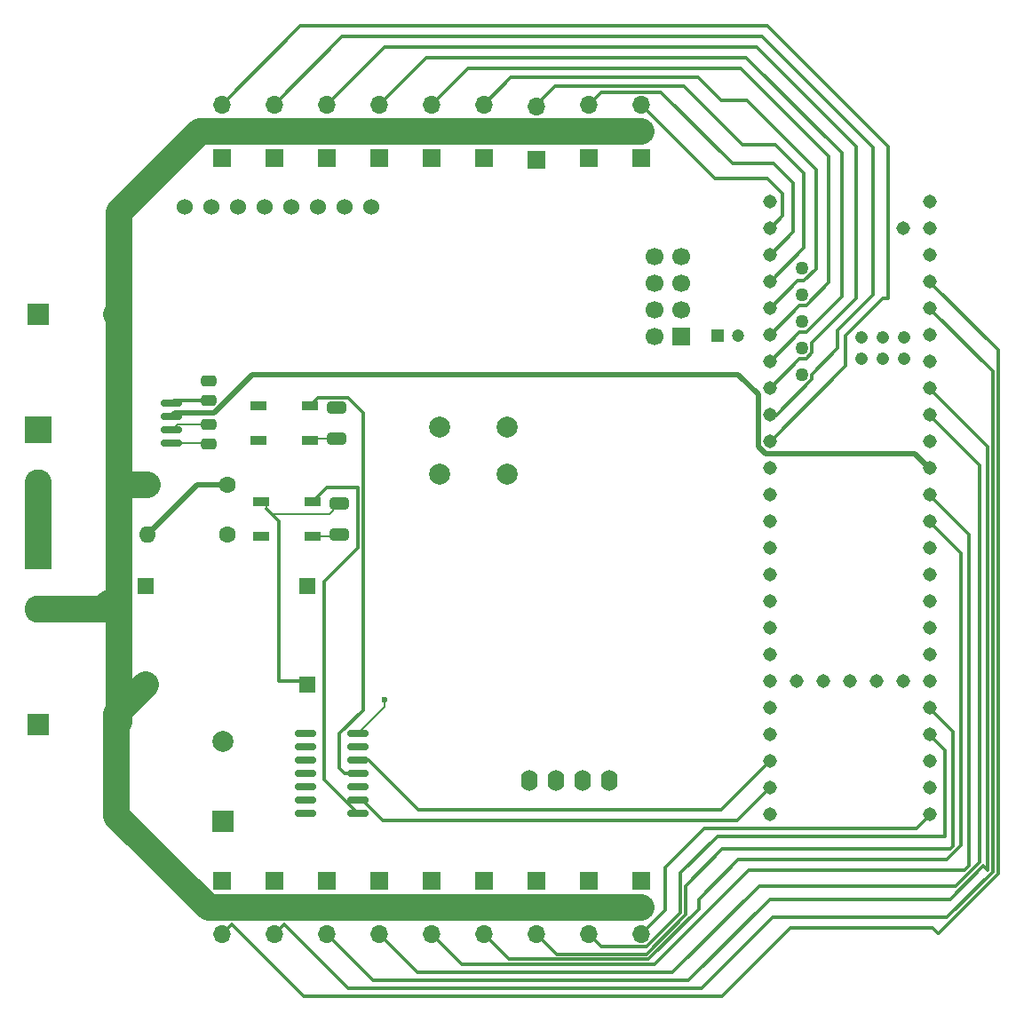
<source format=gbr>
%TF.GenerationSoftware,KiCad,Pcbnew,8.0.7*%
%TF.CreationDate,2025-07-19T14:15:59-04:00*%
%TF.ProjectId,Hexapod V2,48657861-706f-4642-9056-322e6b696361,rev?*%
%TF.SameCoordinates,Original*%
%TF.FileFunction,Copper,L1,Top*%
%TF.FilePolarity,Positive*%
%FSLAX46Y46*%
G04 Gerber Fmt 4.6, Leading zero omitted, Abs format (unit mm)*
G04 Created by KiCad (PCBNEW 8.0.7) date 2025-07-19 14:15:59*
%MOMM*%
%LPD*%
G01*
G04 APERTURE LIST*
G04 Aperture macros list*
%AMRoundRect*
0 Rectangle with rounded corners*
0 $1 Rounding radius*
0 $2 $3 $4 $5 $6 $7 $8 $9 X,Y pos of 4 corners*
0 Add a 4 corners polygon primitive as box body*
4,1,4,$2,$3,$4,$5,$6,$7,$8,$9,$2,$3,0*
0 Add four circle primitives for the rounded corners*
1,1,$1+$1,$2,$3*
1,1,$1+$1,$4,$5*
1,1,$1+$1,$6,$7*
1,1,$1+$1,$8,$9*
0 Add four rect primitives between the rounded corners*
20,1,$1+$1,$2,$3,$4,$5,0*
20,1,$1+$1,$4,$5,$6,$7,0*
20,1,$1+$1,$6,$7,$8,$9,0*
20,1,$1+$1,$8,$9,$2,$3,0*%
G04 Aperture macros list end*
%TA.AperFunction,ComponentPad*%
%ADD10O,1.600000X2.000000*%
%TD*%
%TA.AperFunction,ComponentPad*%
%ADD11R,1.700000X1.700000*%
%TD*%
%TA.AperFunction,ComponentPad*%
%ADD12O,1.700000X1.700000*%
%TD*%
%TA.AperFunction,ComponentPad*%
%ADD13R,2.600000X2.600000*%
%TD*%
%TA.AperFunction,ComponentPad*%
%ADD14C,2.600000*%
%TD*%
%TA.AperFunction,SMDPad,CuDef*%
%ADD15RoundRect,0.150000X-0.825000X-0.150000X0.825000X-0.150000X0.825000X0.150000X-0.825000X0.150000X0*%
%TD*%
%TA.AperFunction,SMDPad,CuDef*%
%ADD16RoundRect,0.250000X-0.475000X0.250000X-0.475000X-0.250000X0.475000X-0.250000X0.475000X0.250000X0*%
%TD*%
%TA.AperFunction,SMDPad,CuDef*%
%ADD17RoundRect,0.150000X-0.835000X-0.150000X0.835000X-0.150000X0.835000X0.150000X-0.835000X0.150000X0*%
%TD*%
%TA.AperFunction,SMDPad,CuDef*%
%ADD18RoundRect,0.250000X-0.650000X0.325000X-0.650000X-0.325000X0.650000X-0.325000X0.650000X0.325000X0*%
%TD*%
%TA.AperFunction,ComponentPad*%
%ADD19R,2.000000X2.000000*%
%TD*%
%TA.AperFunction,ComponentPad*%
%ADD20C,2.000000*%
%TD*%
%TA.AperFunction,SMDPad,CuDef*%
%ADD21RoundRect,0.090000X-0.660000X-0.360000X0.660000X-0.360000X0.660000X0.360000X-0.660000X0.360000X0*%
%TD*%
%TA.AperFunction,ComponentPad*%
%ADD22C,1.308000*%
%TD*%
%TA.AperFunction,ComponentPad*%
%ADD23C,1.258000*%
%TD*%
%TA.AperFunction,ComponentPad*%
%ADD24C,1.208000*%
%TD*%
%TA.AperFunction,ComponentPad*%
%ADD25R,1.200000X1.200000*%
%TD*%
%TA.AperFunction,ComponentPad*%
%ADD26C,1.200000*%
%TD*%
%TA.AperFunction,ComponentPad*%
%ADD27C,1.600000*%
%TD*%
%TA.AperFunction,ComponentPad*%
%ADD28O,1.600000X1.600000*%
%TD*%
%TA.AperFunction,ComponentPad*%
%ADD29C,1.524000*%
%TD*%
%TA.AperFunction,ComponentPad*%
%ADD30R,1.524000X1.524000*%
%TD*%
%TA.AperFunction,ComponentPad*%
%ADD31C,1.700000*%
%TD*%
%TA.AperFunction,ViaPad*%
%ADD32C,0.600000*%
%TD*%
%TA.AperFunction,Conductor*%
%ADD33C,0.300000*%
%TD*%
%TA.AperFunction,Conductor*%
%ADD34C,2.500000*%
%TD*%
%TA.AperFunction,Conductor*%
%ADD35C,0.200000*%
%TD*%
%TA.AperFunction,Conductor*%
%ADD36C,0.500000*%
%TD*%
G04 APERTURE END LIST*
D10*
%TO.P,SSD1306,1*%
%TO.N,GND*%
X134420000Y-107450000D03*
%TO.P,SSD1306,2*%
%TO.N,+3.3V*%
X131880000Y-107450000D03*
%TO.P,SSD1306,3*%
%TO.N,N/C*%
X129340000Y-107450000D03*
%TO.P,SSD1306,4*%
X126800000Y-107450000D03*
%TD*%
D11*
%TO.P,T4,1,Pin_1*%
%TO.N,GND*%
X102500000Y-48080000D03*
D12*
%TO.P,T4,2,Pin_2*%
%TO.N,VIN*%
X102500000Y-45540000D03*
%TO.P,T4,3,Pin_3*%
%TO.N,S8*%
X102500000Y-43000000D03*
%TD*%
D13*
%TO.P,J3,1,Pin_1*%
%TO.N,VIN*%
X80000000Y-86000000D03*
D14*
%TO.P,J3,2,Pin_2*%
X80000000Y-91080000D03*
%TD*%
D11*
%TO.P,C44,1,Pin_1*%
%TO.N,GND*%
X132500000Y-48080000D03*
D12*
%TO.P,C44,2,Pin_2*%
%TO.N,VIN*%
X132500000Y-45540000D03*
%TO.P,C44,3,Pin_3*%
%TO.N,S2*%
X132500000Y-43000000D03*
%TD*%
D15*
%TO.P,U3,1,IP+*%
%TO.N,VIN*%
X87800000Y-71460000D03*
%TO.P,U3,2,IP+*%
X87800000Y-72730000D03*
%TO.P,U3,3,IP-*%
X87800000Y-74000000D03*
%TO.P,U3,4,IP-*%
X87800000Y-75270000D03*
%TO.P,U3,5,GND*%
%TO.N,GND*%
X92750000Y-75270000D03*
%TO.P,U3,6,FILTER*%
%TO.N,Net-(U3-FILTER)*%
X92750000Y-74000000D03*
%TO.P,U3,7,VIOUT*%
%TO.N,Current Reading*%
X92750000Y-72730000D03*
%TO.P,U3,8,VCC*%
%TO.N,+5V*%
X92750000Y-71460000D03*
%TD*%
D11*
%TO.P,T2,1,Pin_1*%
%TO.N,GND*%
X107500000Y-48080000D03*
D12*
%TO.P,T2,2,Pin_2*%
%TO.N,VIN*%
X107500000Y-45540000D03*
%TO.P,T2,3,Pin_3*%
%TO.N,S7*%
X107500000Y-43000000D03*
%TD*%
D16*
%TO.P,C7,1*%
%TO.N,GND*%
X96250000Y-69300000D03*
%TO.P,C7,2*%
%TO.N,+5V*%
X96250000Y-71200000D03*
%TD*%
D11*
%TO.P,T5,1,Pin_1*%
%TO.N,GND*%
X137500000Y-117000000D03*
D12*
%TO.P,T5,2,Pin_2*%
%TO.N,VIN*%
X137500000Y-119540000D03*
%TO.P,T5,3,Pin_3*%
%TO.N,S10*%
X137500000Y-122080000D03*
%TD*%
D16*
%TO.P,C3,1*%
%TO.N,Net-(U3-FILTER)*%
X96275000Y-73465000D03*
%TO.P,C3,2*%
%TO.N,GND*%
X96275000Y-75365000D03*
%TD*%
D11*
%TO.P,F1,1,Pin_1*%
%TO.N,GND*%
X112500000Y-117000000D03*
D12*
%TO.P,F1,2,Pin_2*%
%TO.N,VIN*%
X112500000Y-119540000D03*
%TO.P,F1,3,Pin_3*%
%TO.N,S15*%
X112500000Y-122080000D03*
%TD*%
D11*
%TO.P,C33,1,Pin_1*%
%TO.N,GND*%
X102500000Y-117000000D03*
D12*
%TO.P,C33,2,Pin_2*%
%TO.N,VIN*%
X102500000Y-119540000D03*
%TO.P,C33,3,Pin_3*%
%TO.N,S17*%
X102500000Y-122080000D03*
%TD*%
D11*
%TO.P,F4,1,Pin_1*%
%TO.N,GND*%
X117500000Y-48080000D03*
D12*
%TO.P,F4,2,Pin_2*%
%TO.N,VIN*%
X117500000Y-45540000D03*
%TO.P,F4,3,Pin_3*%
%TO.N,S5*%
X117500000Y-43000000D03*
%TD*%
D17*
%TO.P,U6,1*%
%TO.N,1OE*%
X105525000Y-102940000D03*
%TO.P,U6,2*%
%TO.N,1A*%
X105525000Y-104210000D03*
%TO.P,U6,3*%
%TO.N,1Y*%
X105525000Y-105480000D03*
%TO.P,U6,4*%
%TO.N,2OE*%
X105525000Y-106750000D03*
%TO.P,U6,5*%
%TO.N,2A*%
X105525000Y-108020000D03*
%TO.P,U6,6*%
%TO.N,2Y*%
X105525000Y-109290000D03*
%TO.P,U6,7*%
%TO.N,GND*%
X105525000Y-110560000D03*
%TO.P,U6,8*%
%TO.N,LED2*%
X110475000Y-110560000D03*
%TO.P,U6,9*%
X110475000Y-109290000D03*
%TO.P,U6,10*%
%TO.N,3OE*%
X110475000Y-108020000D03*
%TO.P,U6,11*%
%TO.N,LED1*%
X110475000Y-106750000D03*
%TO.P,U6,12*%
X110475000Y-105480000D03*
%TO.P,U6,13*%
%TO.N,4OE*%
X110475000Y-104210000D03*
%TO.P,U6,14*%
%TO.N,+5V*%
X110475000Y-102940000D03*
%TD*%
D18*
%TO.P,C6,1*%
%TO.N,+5V*%
X108750000Y-81025000D03*
%TO.P,C6,2*%
%TO.N,GND*%
X108750000Y-83975000D03*
%TD*%
%TO.P,C7,1*%
%TO.N,+5V*%
X108450000Y-71875000D03*
%TO.P,C7,2*%
%TO.N,GND*%
X108450000Y-74825000D03*
%TD*%
D19*
%TO.P,C8,1*%
%TO.N,GND*%
X80000000Y-63000000D03*
D20*
%TO.P,C8,2*%
%TO.N,VIN*%
X87500000Y-63000000D03*
%TD*%
D21*
%TO.P,D2,1,VDD*%
%TO.N,+5V*%
X101300000Y-80850000D03*
%TO.P,D2,2,DOUT*%
%TO.N,unconnected-(D2-DOUT-Pad2)*%
X101300000Y-84150000D03*
%TO.P,D2,3,VSS*%
%TO.N,GND*%
X106200000Y-84150000D03*
%TO.P,D2,4,DIN*%
%TO.N,LED2*%
X106200000Y-80850000D03*
%TD*%
%TO.P,D1,1,VDD*%
%TO.N,+5V*%
X101000000Y-71700000D03*
%TO.P,D1,2,DOUT*%
%TO.N,unconnected-(D1-DOUT-Pad2)*%
X101000000Y-75000000D03*
%TO.P,D1,3,VSS*%
%TO.N,GND*%
X105900000Y-75000000D03*
%TO.P,D1,4,DIN*%
%TO.N,LED1*%
X105900000Y-71700000D03*
%TD*%
D22*
%TO.P,U4,0,RX1*%
%TO.N,S1*%
X149750000Y-54790000D03*
%TO.P,U4,1,TX1*%
%TO.N,S2*%
X149750000Y-57330000D03*
%TO.P,U4,2,OUT2*%
%TO.N,S3*%
X149750000Y-59870000D03*
%TO.P,U4,3,LRCLK2*%
%TO.N,S4*%
X149750000Y-62410000D03*
%TO.P,U4,3.3V_1,3.3V*%
%TO.N,+3.3V*%
X149750000Y-87810000D03*
%TO.P,U4,3.3V_2,3.3V*%
X164990000Y-57330000D03*
%TO.P,U4,3.3V_3,3.3V*%
X154830000Y-97970000D03*
%TO.P,U4,4,BCLK2*%
%TO.N,S5*%
X149750000Y-64950000D03*
%TO.P,U4,5,IN2*%
%TO.N,S6*%
X149750000Y-67490000D03*
D23*
%TO.P,U4,5V,5V*%
%TO.N,+5V*%
X152800000Y-58600000D03*
D22*
%TO.P,U4,6,OUT1D*%
%TO.N,S7*%
X149750000Y-70030000D03*
%TO.P,U4,7,RX2*%
%TO.N,S8*%
X149750000Y-72570000D03*
%TO.P,U4,8,TX2*%
%TO.N,S9*%
X149750000Y-75110000D03*
%TO.P,U4,9,OUT1C*%
%TO.N,N/C*%
X149750000Y-77650000D03*
%TO.P,U4,10,CS1*%
%TO.N,CSN*%
X149750000Y-80190000D03*
%TO.P,U4,11,MOSI*%
%TO.N,MOSI*%
X149750000Y-82730000D03*
%TO.P,U4,12,MISO*%
%TO.N,MISO*%
X149750000Y-85270000D03*
%TO.P,U4,13,SCK*%
%TO.N,SCK*%
X164990000Y-85270000D03*
%TO.P,U4,14,A0*%
%TO.N,S13*%
X164990000Y-82730000D03*
%TO.P,U4,15,A1*%
%TO.N,S14*%
X164990000Y-80190000D03*
%TO.P,U4,16,A2*%
%TO.N,Current Reading*%
X164990000Y-77650000D03*
%TO.P,U4,17,A3*%
%TO.N,N/C*%
X164990000Y-75110000D03*
%TO.P,U4,18,A4*%
%TO.N,S15*%
X164990000Y-72570000D03*
%TO.P,U4,19,A5*%
%TO.N,S16*%
X164990000Y-70030000D03*
%TO.P,U4,20,A6*%
%TO.N,VD Reading*%
X164990000Y-67490000D03*
%TO.P,U4,21,A7*%
%TO.N,unconnected-(U4-A7-Pad21)*%
X164990000Y-64950000D03*
%TO.P,U4,22,A8*%
%TO.N,S17*%
X164990000Y-62410000D03*
%TO.P,U4,23,A9*%
%TO.N,S18*%
X164990000Y-59870000D03*
%TO.P,U4,24,A10*%
%TO.N,SCL*%
X149750000Y-90350000D03*
%TO.P,U4,25,A11*%
%TO.N,SDA*%
X149750000Y-92890000D03*
%TO.P,U4,26,A12*%
%TO.N,CE*%
X149750000Y-95430000D03*
%TO.P,U4,27,A13*%
%TO.N,Buzzer*%
X149750000Y-97970000D03*
%TO.P,U4,28,RX7*%
%TO.N,Button*%
X149750000Y-100510000D03*
%TO.P,U4,29,TX7*%
%TO.N,unconnected-(U4-TX7-Pad29)*%
X149750000Y-103050000D03*
%TO.P,U4,30,CRX3*%
%TO.N,LED1*%
X149750000Y-105590000D03*
%TO.P,U4,31,CTX3*%
%TO.N,LED2*%
X149750000Y-108130000D03*
%TO.P,U4,32,OUT1B*%
%TO.N,unconnected-(U4-OUT1B-Pad32)*%
X149750000Y-110670000D03*
%TO.P,U4,33,MCLK2*%
%TO.N,S10*%
X164990000Y-110670000D03*
%TO.P,U4,34,RX8*%
%TO.N,unconnected-(U4-RX8-Pad34)*%
X164990000Y-108130000D03*
%TO.P,U4,35,TX8*%
%TO.N,unconnected-(U4-TX8-Pad35)*%
X164990000Y-105590000D03*
%TO.P,U4,36,CS2*%
%TO.N,S11*%
X164990000Y-103050000D03*
%TO.P,U4,37,CS3*%
%TO.N,S12*%
X164990000Y-100510000D03*
%TO.P,U4,38,A14*%
%TO.N,unconnected-(U4-A14-Pad38)*%
X164990000Y-97970000D03*
%TO.P,U4,39,A15*%
%TO.N,unconnected-(U4-A15-Pad39)*%
X164990000Y-95430000D03*
%TO.P,U4,40,A16*%
%TO.N,unconnected-(U4-A16-Pad40)*%
X164990000Y-92890000D03*
%TO.P,U4,41,A17*%
%TO.N,unconnected-(U4-A17-Pad41)*%
X164990000Y-90350000D03*
D23*
%TO.P,U4,D+,D+*%
%TO.N,unconnected-(U4-PadD+)*%
X152800000Y-63680000D03*
%TO.P,U4,D-,D-*%
%TO.N,unconnected-(U4-PadD-)*%
X152800000Y-61140000D03*
D22*
%TO.P,U4,GND1,GND*%
%TO.N,GND*%
X149750000Y-52250000D03*
%TO.P,U4,GND2,GND*%
X164990000Y-87810000D03*
%TO.P,U4,GND3,GND*%
X164990000Y-54790000D03*
%TO.P,U4,GND4,GND*%
X157370000Y-97970000D03*
D24*
%TO.P,U4,GND5,GND*%
X160540000Y-67220000D03*
%TO.P,U4,LED,LED*%
%TO.N,unconnected-(U4-PadLED)*%
X160540000Y-65220000D03*
D22*
%TO.P,U4,ON/OFF,ON/OFF*%
%TO.N,unconnected-(U4-PadON{slash}OFF)*%
X162450000Y-97970000D03*
%TO.P,U4,PROGRAM,PROGRAM*%
%TO.N,unconnected-(U4-PadPROGRAM)*%
X159910000Y-97970000D03*
D24*
%TO.P,U4,R+,R+*%
%TO.N,unconnected-(U4-PadR+)*%
X162540000Y-65220000D03*
%TO.P,U4,R-,R-*%
%TO.N,unconnected-(U4-PadR-)*%
X162540000Y-67220000D03*
%TO.P,U4,T+,T+*%
%TO.N,unconnected-(U4-PadT+)*%
X158540000Y-67220000D03*
%TO.P,U4,T-,T-*%
%TO.N,unconnected-(U4-PadT-)*%
X158540000Y-65220000D03*
D23*
%TO.P,U4,USB_GND1,USB_GND*%
%TO.N,Net-(U4-USB_GND-PadUSB_GND1)*%
X152800000Y-66220000D03*
%TO.P,U4,USB_GND2,USB_GND*%
X152800000Y-68760000D03*
D22*
%TO.P,U4,VBAT,VBAT*%
%TO.N,unconnected-(U4-PadVBAT)*%
X152290000Y-97970000D03*
%TO.P,U4,VIN,VIN*%
%TO.N,+5V*%
X164990000Y-52250000D03*
%TO.P,U4,VUSB,VUSB*%
%TO.N,unconnected-(U4-PadVUSB)*%
X162450000Y-54790000D03*
%TD*%
D11*
%TO.P,F5,1,Pin_1*%
%TO.N,GND*%
X122500000Y-117000000D03*
D12*
%TO.P,F5,2,Pin_2*%
%TO.N,VIN*%
X122500000Y-119540000D03*
%TO.P,F5,3,Pin_3*%
%TO.N,S13*%
X122500000Y-122080000D03*
%TD*%
D11*
%TO.P,F3,1,Pin_1*%
%TO.N,GND*%
X117500000Y-117000000D03*
D12*
%TO.P,F3,2,Pin_2*%
%TO.N,VIN*%
X117500000Y-119540000D03*
%TO.P,F3,3,Pin_3*%
%TO.N,S14*%
X117500000Y-122080000D03*
%TD*%
D11*
%TO.P,F2,1,Pin_1*%
%TO.N,GND*%
X122500000Y-48080000D03*
D12*
%TO.P,F2,2,Pin_2*%
%TO.N,VIN*%
X122500000Y-45540000D03*
%TO.P,F2,3,Pin_3*%
%TO.N,S4*%
X122500000Y-43000000D03*
%TD*%
D11*
%TO.P,T1,1,Pin_1*%
%TO.N,GND*%
X127500000Y-117000000D03*
D12*
%TO.P,T1,2,Pin_2*%
%TO.N,VIN*%
X127500000Y-119540000D03*
%TO.P,T1,3,Pin_3*%
%TO.N,S12*%
X127500000Y-122080000D03*
%TD*%
D11*
%TO.P,F6,1,Pin_1*%
%TO.N,GND*%
X112500000Y-48080000D03*
D12*
%TO.P,F6,2,Pin_2*%
%TO.N,VIN*%
X112500000Y-45540000D03*
%TO.P,F6,3,Pin_3*%
%TO.N,S6*%
X112500000Y-43000000D03*
%TD*%
D25*
%TO.P,C1,1*%
%TO.N,+3.3V*%
X144750000Y-65000000D03*
D26*
%TO.P,C1,2*%
%TO.N,GND*%
X146750000Y-65000000D03*
%TD*%
D11*
%TO.P,C55,1,Pin_1*%
%TO.N,GND*%
X107500000Y-117000000D03*
D12*
%TO.P,C55,2,Pin_2*%
%TO.N,VIN*%
X107500000Y-119540000D03*
%TO.P,C55,3,Pin_3*%
%TO.N,S16*%
X107500000Y-122080000D03*
%TD*%
D11*
%TO.P,C11,1,Pin_1*%
%TO.N,GND*%
X97500000Y-117000000D03*
D12*
%TO.P,C11,2,Pin_2*%
%TO.N,VIN*%
X97500000Y-119540000D03*
%TO.P,C11,3,Pin_3*%
%TO.N,S18*%
X97500000Y-122080000D03*
%TD*%
D11*
%TO.P,C44,1,Pin_1*%
%TO.N,GND*%
X127500000Y-48250000D03*
D12*
%TO.P,C44,2,Pin_2*%
%TO.N,VIN*%
X127500000Y-45710000D03*
%TO.P,C44,3,Pin_3*%
%TO.N,S3*%
X127500000Y-43170000D03*
%TD*%
D27*
%TO.P,R3,1*%
%TO.N,GND*%
X98060000Y-84000000D03*
D28*
%TO.P,R3,2*%
%TO.N,VD Reading*%
X90440000Y-84000000D03*
%TD*%
D11*
%TO.P,T3,1,Pin_1*%
%TO.N,GND*%
X132500000Y-117000000D03*
D12*
%TO.P,T3,2,Pin_2*%
%TO.N,VIN*%
X132500000Y-119540000D03*
%TO.P,T3,3,Pin_3*%
%TO.N,S11*%
X132500000Y-122080000D03*
%TD*%
D19*
%TO.P,BZ1,1,+*%
%TO.N,Buzzer*%
X97600000Y-111350000D03*
D20*
%TO.P,BZ1,2,-*%
%TO.N,GND*%
X97600000Y-103750000D03*
%TD*%
D29*
%TO.P,U2,1,VCC*%
%TO.N,+3.3V*%
X111763000Y-52765000D03*
%TO.P,U2,2,GND*%
%TO.N,GND*%
X109223000Y-52765000D03*
%TO.P,U2,3,SCL*%
%TO.N,SCL*%
X106683000Y-52765000D03*
%TO.P,U2,4,SDA*%
%TO.N,SDA*%
X104143000Y-52765000D03*
%TO.P,U2,5,XDA*%
%TO.N,unconnected-(U2-XDA-Pad5)*%
X101603000Y-52765000D03*
%TO.P,U2,6,XCL*%
%TO.N,unconnected-(U2-XCL-Pad6)*%
X99063000Y-52765000D03*
%TO.P,U2,7,ADD*%
%TO.N,unconnected-(U2-ADD-Pad7)*%
X96523000Y-52765000D03*
%TO.P,U2,8,INT*%
%TO.N,unconnected-(U2-INT-Pad8)*%
X93983000Y-52765000D03*
%TD*%
D13*
%TO.P,J2,1,Pin_1*%
%TO.N,GND*%
X80000000Y-74000000D03*
D14*
%TO.P,J2,2,Pin_2*%
%TO.N,VIN*%
X80000000Y-79080000D03*
%TD*%
D30*
%TO.P,U5,1*%
%TO.N,GND*%
X105700000Y-88900000D03*
%TO.P,U5,2*%
%TO.N,+5V*%
X105700000Y-98300000D03*
%TO.P,U5,3*%
%TO.N,GND*%
X90300000Y-88900000D03*
%TO.P,U5,4*%
%TO.N,VIN*%
X90300000Y-98300000D03*
%TD*%
D11*
%TO.P,C22,1,Pin_1*%
%TO.N,GND*%
X137500000Y-48080000D03*
D12*
%TO.P,C22,2,Pin_2*%
%TO.N,VIN*%
X137500000Y-45540000D03*
%TO.P,C22,3,Pin_3*%
%TO.N,S1*%
X137500000Y-43000000D03*
%TD*%
D11*
%TO.P,T6,1,Pin_1*%
%TO.N,GND*%
X97500000Y-48080000D03*
D12*
%TO.P,T6,2,Pin_2*%
%TO.N,VIN*%
X97500000Y-45540000D03*
%TO.P,T6,3,Pin_3*%
%TO.N,S9*%
X97500000Y-43000000D03*
%TD*%
D19*
%TO.P,C9,1*%
%TO.N,GND*%
X80000000Y-102080000D03*
D20*
%TO.P,C9,2*%
%TO.N,VIN*%
X87500000Y-102080000D03*
%TD*%
D27*
%TO.P,R4,1*%
%TO.N,VD Reading*%
X98060000Y-79250000D03*
D28*
%TO.P,R4,2*%
%TO.N,VIN*%
X90440000Y-79250000D03*
%TD*%
D11*
%TO.P,U3,1*%
%TO.N,GND*%
X141289500Y-65125000D03*
D31*
%TO.P,U3,2*%
%TO.N,+3.3V*%
X138749500Y-65125000D03*
%TO.P,U3,3*%
%TO.N,CE*%
X141289500Y-62585000D03*
%TO.P,U3,4*%
%TO.N,CSN*%
X138749500Y-62585000D03*
%TO.P,U3,5*%
%TO.N,SCK*%
X141289500Y-60045000D03*
%TO.P,U3,6*%
%TO.N,MOSI*%
X138749500Y-60045000D03*
%TO.P,U3,7*%
%TO.N,MISO*%
X141289500Y-57505000D03*
%TO.P,U3,8*%
%TO.N,N/C*%
X138749500Y-57505000D03*
%TD*%
D20*
%TO.P,REF\u002A\u002A,2*%
%TO.N,Button*%
X124750000Y-78250000D03*
X118250000Y-78250000D03*
%TO.P,REF\u002A\u002A,1*%
%TO.N,+3.3V*%
X124750000Y-73750000D03*
X118250000Y-73750000D03*
%TD*%
D32*
%TO.N,GND*%
X105525000Y-110560000D03*
X96275000Y-75365000D03*
X96250000Y-69300000D03*
X108750000Y-83975000D03*
X108450000Y-74825000D03*
X106200000Y-84150000D03*
X105900000Y-75000000D03*
%TO.N,+5V*%
X101325000Y-80825000D03*
X101025000Y-71725000D03*
X108750000Y-81000000D03*
X108450000Y-71875000D03*
X113000000Y-99750000D03*
X96250000Y-71200000D03*
X92750000Y-71500000D03*
%TD*%
D33*
%TO.N,S18*%
X98440000Y-121140000D02*
X97500000Y-122080000D01*
X105300000Y-128000000D02*
X98440000Y-121140000D01*
X165250000Y-121500000D02*
X151750000Y-121500000D01*
X165871321Y-122000000D02*
X165750000Y-122000000D01*
X171500000Y-66410000D02*
X171500000Y-116371321D01*
X171500000Y-116371321D02*
X165871321Y-122000000D01*
X165750000Y-122000000D02*
X165250000Y-121500000D01*
X145250000Y-128000000D02*
X105300000Y-128000000D01*
X151750000Y-121500000D02*
X145250000Y-128000000D01*
X165000000Y-59910000D02*
X171500000Y-66410000D01*
D34*
%TO.N,VIN*%
X87500000Y-101100000D02*
X90300000Y-98300000D01*
X87500000Y-102080000D02*
X87500000Y-101100000D01*
D35*
%TO.N,GND*%
X108575000Y-84150000D02*
X108737500Y-83987500D01*
X108450000Y-74825000D02*
X106075000Y-74825000D01*
X96180000Y-75270000D02*
X96275000Y-75365000D01*
X106075000Y-74825000D02*
X105900000Y-75000000D01*
X106250000Y-84150000D02*
X108575000Y-84150000D01*
X92750000Y-75270000D02*
X96180000Y-75270000D01*
X108737500Y-83987500D02*
X108750000Y-83975000D01*
X106200000Y-84150000D02*
X106250000Y-84150000D01*
D34*
%TO.N,VIN*%
X87750000Y-101830000D02*
X87750000Y-90500000D01*
X87750000Y-90500000D02*
X86750000Y-90500000D01*
X87750000Y-53230000D02*
X95440000Y-45540000D01*
X87750000Y-79250000D02*
X90440000Y-79250000D01*
X80000000Y-79080000D02*
X80000000Y-86000000D01*
X87500000Y-110800000D02*
X96240000Y-119540000D01*
X87750000Y-63250000D02*
X87500000Y-63000000D01*
X87750000Y-63250000D02*
X87750000Y-53230000D01*
X87500000Y-102080000D02*
X87750000Y-101830000D01*
X86170000Y-91080000D02*
X80000000Y-91080000D01*
X86750000Y-90500000D02*
X86170000Y-91080000D01*
X87750000Y-87750000D02*
X87750000Y-79250000D01*
X87750000Y-90500000D02*
X87750000Y-87750000D01*
D35*
X88580000Y-71650000D02*
X88525000Y-71595000D01*
D34*
X95440000Y-45540000D02*
X137500000Y-45540000D01*
X87750000Y-79250000D02*
X87750000Y-63250000D01*
X96240000Y-119540000D02*
X137500000Y-119540000D01*
X87500000Y-102080000D02*
X87500000Y-110800000D01*
D33*
%TO.N,+5V*%
X103000000Y-82750000D02*
X101750000Y-81500000D01*
D35*
X101750000Y-81300000D02*
X101750000Y-81500000D01*
X107775000Y-82000000D02*
X108750000Y-81025000D01*
D33*
X93010000Y-71200000D02*
X92750000Y-71460000D01*
X105400000Y-98000000D02*
X103000000Y-98000000D01*
D35*
X101300000Y-80850000D02*
X101750000Y-81300000D01*
D33*
X105700000Y-98300000D02*
X105400000Y-98000000D01*
X96250000Y-71200000D02*
X93010000Y-71200000D01*
D35*
X101025000Y-71725000D02*
X101000000Y-71700000D01*
X102250000Y-82000000D02*
X107775000Y-82000000D01*
D33*
X103000000Y-98000000D02*
X103000000Y-82750000D01*
D35*
X101750000Y-81500000D02*
X102250000Y-82000000D01*
%TO.N,Net-(U3-FILTER)*%
X93285000Y-73465000D02*
X92750000Y-74000000D01*
X96275000Y-73465000D02*
X93285000Y-73465000D01*
D33*
%TO.N,LED1*%
X109250000Y-106750000D02*
X108750000Y-106250000D01*
X108750000Y-106250000D02*
X108750000Y-102968738D01*
X149750000Y-105590000D02*
X145090000Y-110250000D01*
X110475000Y-106750000D02*
X109250000Y-106750000D01*
X108750000Y-102968738D02*
X111000000Y-100718738D01*
X106650000Y-70950000D02*
X105900000Y-71700000D01*
X111000000Y-72350000D02*
X109600000Y-70950000D01*
X116250000Y-110250000D02*
X111480000Y-105480000D01*
X145090000Y-110250000D02*
X116250000Y-110250000D01*
X111000000Y-100718738D02*
X111000000Y-72350000D01*
X111480000Y-105480000D02*
X110475000Y-105480000D01*
X109600000Y-70950000D02*
X106650000Y-70950000D01*
%TO.N,LED2*%
X110500000Y-85250000D02*
X110500000Y-79500000D01*
X112861262Y-111250000D02*
X146630000Y-111250000D01*
X110475000Y-110560000D02*
X107250000Y-107335000D01*
X107250000Y-107335000D02*
X107250000Y-88500000D01*
X110475000Y-109290000D02*
X110901262Y-109290000D01*
X107250000Y-88500000D02*
X110500000Y-85250000D01*
X110901262Y-109290000D02*
X112861262Y-111250000D01*
X146630000Y-111250000D02*
X149750000Y-108130000D01*
X107550000Y-79500000D02*
X106200000Y-80850000D01*
X110500000Y-79500000D02*
X107550000Y-79500000D01*
D36*
%TO.N,VD Reading*%
X98060000Y-79250000D02*
X95190000Y-79250000D01*
X95190000Y-79250000D02*
X90440000Y-84000000D01*
D33*
%TO.N,S1*%
X149760000Y-54830000D02*
X151000000Y-53590000D01*
X151000000Y-51500000D02*
X149500000Y-50000000D01*
X151000000Y-53590000D02*
X151000000Y-51500000D01*
D36*
X137500000Y-43000000D02*
X137500000Y-42830000D01*
D33*
X144500000Y-50000000D02*
X137500000Y-43000000D01*
X149500000Y-50000000D02*
X144500000Y-50000000D01*
%TO.N,S7*%
X113000000Y-37500000D02*
X107500000Y-43000000D01*
X152591000Y-67239000D02*
X153215516Y-67239000D01*
X153789000Y-65711000D02*
X158000000Y-61500000D01*
X148500000Y-37500000D02*
X113000000Y-37500000D01*
X158000000Y-47000000D02*
X148500000Y-37500000D01*
X149760000Y-70070000D02*
X152591000Y-67239000D01*
X153215516Y-67239000D02*
X153789000Y-66665516D01*
X158000000Y-61500000D02*
X158000000Y-47000000D01*
X153789000Y-66665516D02*
X153789000Y-65711000D01*
%TO.N,S13*%
X146750000Y-115000000D02*
X166664214Y-115000000D01*
X124920000Y-124500000D02*
X138191271Y-124500000D01*
X168000000Y-85770000D02*
X165000000Y-82770000D01*
X166664214Y-115000000D02*
X168000000Y-113664214D01*
X143000000Y-118750000D02*
X146750000Y-115000000D01*
X138191271Y-124500000D02*
X143000000Y-119691271D01*
X143000000Y-119691271D02*
X143000000Y-118750000D01*
X122500000Y-122080000D02*
X124920000Y-124500000D01*
X168000000Y-113664214D02*
X168000000Y-85770000D01*
%TO.N,S2*%
X149760000Y-57370000D02*
X152000000Y-55130000D01*
X152000000Y-50500000D02*
X150100000Y-48600000D01*
X146200000Y-48600000D02*
X139400000Y-41800000D01*
X139400000Y-41800000D02*
X133700000Y-41800000D01*
X152000000Y-55130000D02*
X152000000Y-50500000D01*
X133700000Y-41800000D02*
X132500000Y-43000000D01*
X150100000Y-48600000D02*
X146200000Y-48600000D01*
%TO.N,S8*%
X109000000Y-36500000D02*
X102500000Y-43000000D01*
X156250000Y-66250000D02*
X156250000Y-64500000D01*
X153789000Y-68711000D02*
X156250000Y-66250000D01*
X149000000Y-36500000D02*
X109000000Y-36500000D01*
X159600000Y-61150000D02*
X159600000Y-47100000D01*
X156250000Y-64500000D02*
X159600000Y-61150000D01*
X150384516Y-72610000D02*
X153789000Y-69205516D01*
X159600000Y-47100000D02*
X149000000Y-36500000D01*
X153789000Y-69205516D02*
X153789000Y-68711000D01*
X149760000Y-72610000D02*
X150384516Y-72610000D01*
%TO.N,S14*%
X147750000Y-116000000D02*
X138750000Y-125000000D01*
X138750000Y-125000000D02*
X120420000Y-125000000D01*
X165000000Y-80230000D02*
X168750000Y-83980000D01*
X168750000Y-115557106D02*
X168307106Y-116000000D01*
X120420000Y-125000000D02*
X117500000Y-122080000D01*
X168307106Y-116000000D02*
X147750000Y-116000000D01*
X168750000Y-83980000D02*
X168750000Y-115557106D01*
%TO.N,S3*%
X127500000Y-43000000D02*
X129300000Y-41200000D01*
X147150000Y-46800000D02*
X150300000Y-46800000D01*
X153000000Y-49500000D02*
X153000000Y-56670000D01*
X153000000Y-56670000D02*
X149760000Y-59910000D01*
X150300000Y-46800000D02*
X153000000Y-49500000D01*
X141550000Y-41200000D02*
X147150000Y-46800000D01*
X129300000Y-41200000D02*
X141550000Y-41200000D01*
%TO.N,S9*%
X97500000Y-43000000D02*
X105000000Y-35500000D01*
X157000000Y-65000000D02*
X157000000Y-67910000D01*
X160539160Y-61460840D02*
X157000000Y-65000000D01*
X105000000Y-35500000D02*
X149500000Y-35500000D01*
X149500000Y-35500000D02*
X161000000Y-47000000D01*
X161000000Y-47000000D02*
X161000000Y-61460840D01*
X157000000Y-67910000D02*
X149760000Y-75150000D01*
X161000000Y-61460840D02*
X160539160Y-61460840D01*
%TO.N,S15*%
X167514213Y-117500000D02*
X148750000Y-117500000D01*
X148750000Y-117500000D02*
X140500000Y-125750000D01*
X169750000Y-115264213D02*
X167514213Y-117500000D01*
X140500000Y-125750000D02*
X116170000Y-125750000D01*
X165000000Y-72610000D02*
X169750000Y-77360000D01*
X116170000Y-125750000D02*
X112500000Y-122080000D01*
X169750000Y-77360000D02*
X169750000Y-115264213D01*
%TO.N,S4*%
X152410000Y-59800000D02*
X153034516Y-59800000D01*
X154200000Y-58634516D02*
X154200000Y-49200000D01*
X154200000Y-49200000D02*
X147600000Y-42600000D01*
X147600000Y-42600000D02*
X145100000Y-42600000D01*
X145100000Y-42600000D02*
X142900000Y-40400000D01*
X153034516Y-59800000D02*
X154200000Y-58634516D01*
X125100000Y-40400000D02*
X122500000Y-43000000D01*
X149760000Y-62450000D02*
X152410000Y-59800000D01*
X142900000Y-40400000D02*
X125100000Y-40400000D01*
%TO.N,S10*%
X143500000Y-112000000D02*
X139750000Y-115750000D01*
X163710000Y-112000000D02*
X143500000Y-112000000D01*
X139750000Y-115750000D02*
X139750000Y-119830000D01*
X139750000Y-119830000D02*
X137500000Y-122080000D01*
X165000000Y-110710000D02*
X163710000Y-112000000D01*
%TO.N,S16*%
X170132106Y-115589213D02*
X166971319Y-118750000D01*
X149750000Y-118750000D02*
X142000000Y-126500000D01*
X142000000Y-126500000D02*
X111920000Y-126500000D01*
X170500000Y-75570000D02*
X170500000Y-115957107D01*
X166971319Y-118750000D02*
X149750000Y-118750000D01*
X165000000Y-70070000D02*
X170500000Y-75570000D01*
X170500000Y-115957107D02*
X170132106Y-115589213D01*
X111920000Y-126500000D02*
X107500000Y-122080000D01*
%TO.N,S5*%
X152591000Y-62159000D02*
X153215516Y-62159000D01*
X153215516Y-62159000D02*
X155400000Y-59974516D01*
X155400000Y-47900000D02*
X147000000Y-39500000D01*
X121000000Y-39500000D02*
X117500000Y-43000000D01*
X155400000Y-59974516D02*
X155400000Y-47900000D01*
X147000000Y-39500000D02*
X121000000Y-39500000D01*
X149760000Y-64990000D02*
X152591000Y-62159000D01*
%TO.N,S11*%
X133700000Y-123280000D02*
X132500000Y-122080000D01*
X165000000Y-103090000D02*
X166500000Y-104590000D01*
X166500000Y-104590000D02*
X166500000Y-112750000D01*
X137997057Y-123280000D02*
X133700000Y-123280000D01*
X141250000Y-116250000D02*
X141250000Y-120027057D01*
X166500000Y-112750000D02*
X144750000Y-112750000D01*
X141250000Y-120027057D02*
X137997057Y-123280000D01*
X144750000Y-112750000D02*
X141250000Y-116250000D01*
%TO.N,S17*%
X171000000Y-68450000D02*
X165000000Y-62450000D01*
X166664214Y-120500000D02*
X171000000Y-116164214D01*
X150000000Y-120500000D02*
X166664214Y-120500000D01*
X143250000Y-127250000D02*
X150000000Y-120500000D01*
X109550000Y-127250000D02*
X143250000Y-127250000D01*
X171000000Y-116164214D02*
X171000000Y-68450000D01*
X102500000Y-122080000D02*
X103440000Y-121140000D01*
X103440000Y-121140000D02*
X109550000Y-127250000D01*
%TO.N,S6*%
X152591000Y-64699000D02*
X153215516Y-64699000D01*
X149760000Y-67530000D02*
X152591000Y-64699000D01*
X117000000Y-38500000D02*
X112500000Y-43000000D01*
X153215516Y-64699000D02*
X156600000Y-61314516D01*
X156600000Y-61314516D02*
X156600000Y-47600000D01*
X147500000Y-38500000D02*
X117000000Y-38500000D01*
X156600000Y-47600000D02*
X147500000Y-38500000D01*
%TO.N,S12*%
X165000000Y-100550000D02*
X167250000Y-102800000D01*
X145250000Y-114000000D02*
X141750000Y-117500000D01*
X129420000Y-124000000D02*
X127500000Y-122080000D01*
X167250000Y-113707107D02*
X166957107Y-114000000D01*
X167250000Y-102800000D02*
X167250000Y-113707107D01*
X166957107Y-114000000D02*
X145250000Y-114000000D01*
X141750000Y-117500000D02*
X141750000Y-120234164D01*
X141750000Y-120234164D02*
X137984164Y-124000000D01*
X137984164Y-124000000D02*
X129420000Y-124000000D01*
D36*
%TO.N,Current Reading*%
X163560000Y-76250000D02*
X165000000Y-77690000D01*
X149328708Y-76250000D02*
X163560000Y-76250000D01*
X148646000Y-75567292D02*
X149328708Y-76250000D01*
X148646000Y-70646000D02*
X148646000Y-75567292D01*
X146750000Y-68750000D02*
X148646000Y-70646000D01*
X93050000Y-72430000D02*
X96741878Y-72430000D01*
X100421878Y-68750000D02*
X146750000Y-68750000D01*
X96741878Y-72430000D02*
X100421878Y-68750000D01*
X92750000Y-72730000D02*
X93050000Y-72430000D01*
D35*
%TO.N,+5V*%
X110475000Y-102940000D02*
X113000000Y-100415000D01*
X113000000Y-100415000D02*
X113000000Y-99750000D01*
%TD*%
M02*

</source>
